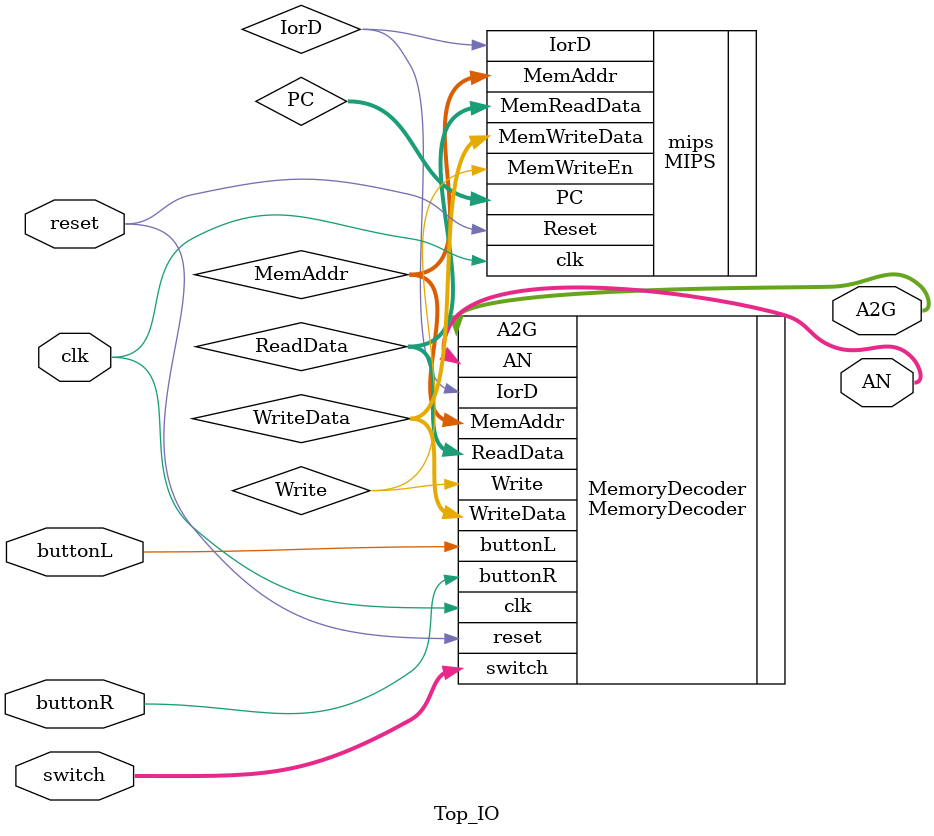
<source format=sv>
`timescale 1ns / 1ps

module Top_IO(
	input  logic clk,           // CLK100MHZ
    input  logic reset,         // BTNC
    input  logic buttonL,       // BTNL
    input  logic buttonR,       // BTNR
    input  logic [15:0] switch, // a: switch[15:8], b: switch[7:0]
    output logic [7:0]  AN,
    output logic [6:0]  A2G
);
    logic Write;  // Ð´ÐÅºÅ£¬¿ÉÄÜÊÇ MemWriteEn£¬Ò²¿ÉÄÜÊÇ ioWriteEn    
    logic IorD;
    logic [31:0] ReadData;
    logic [31:0] MemAddr,WriteData,PC;  
                         
    MIPS mips(.clk(clk),
              .Reset(reset),
              .MemReadData(ReadData),
              .MemWriteEn(Write),               // output
              .IorD(IorD),                      // output
              .MemAddr(MemAddr),		        // output
              .MemWriteData(WriteData),		    // output
              .PC(PC));	                        // output
    
    MemoryDecoder MemoryDecoder(.clk(clk),
                                .Write(Write),
                                .IorD(IorD),
                                .MemAddr(MemAddr),
                                .WriteData(WriteData),
                                .ReadData(ReadData),	// Output
                                .reset(reset),
                                .buttonL(buttonL),
                                .buttonR(buttonR),
                                .switch(switch),
                                .AN(AN),				// Output
                                .A2G(A2G));				// Output
endmodule

</source>
